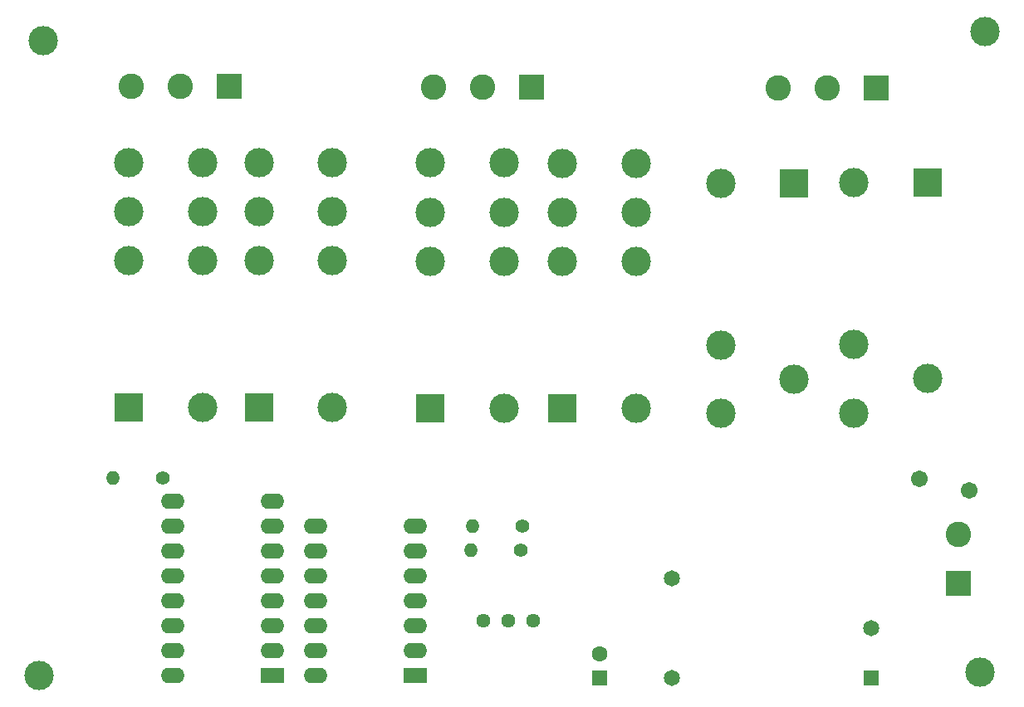
<source format=gbr>
%TF.GenerationSoftware,KiCad,Pcbnew,(6.0.7)*%
%TF.CreationDate,2022-09-06T00:26:26+01:00*%
%TF.ProjectId,Cortinas Eletricas,436f7274-696e-4617-9320-456c65747269,rev?*%
%TF.SameCoordinates,Original*%
%TF.FileFunction,Soldermask,Top*%
%TF.FilePolarity,Negative*%
%FSLAX46Y46*%
G04 Gerber Fmt 4.6, Leading zero omitted, Abs format (unit mm)*
G04 Created by KiCad (PCBNEW (6.0.7)) date 2022-09-06 00:26:26*
%MOMM*%
%LPD*%
G01*
G04 APERTURE LIST*
%ADD10C,1.400000*%
%ADD11O,1.400000X1.400000*%
%ADD12C,3.000000*%
%ADD13R,1.600000X1.600000*%
%ADD14C,1.600000*%
%ADD15R,2.400000X1.600000*%
%ADD16O,2.400000X1.600000*%
%ADD17R,3.000000X3.000000*%
%ADD18C,2.600000*%
%ADD19R,2.600000X2.600000*%
%ADD20C,1.650000*%
%ADD21R,1.650000X1.650000*%
%ADD22C,1.440000*%
%ADD23C,1.710000*%
G04 APERTURE END LIST*
D10*
%TO.C,R3*%
X97580000Y-114050000D03*
D11*
X92500000Y-114050000D03*
%TD*%
D12*
%TO.C,REF\u002A\u002A*%
X181420000Y-68480000D03*
%TD*%
%TO.C,REF\u002A\u002A*%
X180850000Y-133850000D03*
%TD*%
%TO.C,REF\u002A\u002A*%
X84960000Y-134160000D03*
%TD*%
%TO.C,REF\u002A\u002A*%
X85370000Y-69420000D03*
%TD*%
D13*
%TO.C,C1*%
X142100000Y-134452651D03*
D14*
X142100000Y-131952651D03*
%TD*%
D15*
%TO.C,U1*%
X123345000Y-134125000D03*
D16*
X123345000Y-131585000D03*
X123345000Y-129045000D03*
X123345000Y-126505000D03*
X123345000Y-123965000D03*
X123345000Y-121425000D03*
X123345000Y-118885000D03*
X113185000Y-118885000D03*
X113185000Y-121425000D03*
X113185000Y-123965000D03*
X113185000Y-126505000D03*
X113185000Y-129045000D03*
X113185000Y-131585000D03*
X113185000Y-134125000D03*
%TD*%
D12*
%TO.C,K6*%
X114860000Y-106840000D03*
D17*
X107360000Y-106840000D03*
D12*
X114860000Y-81840000D03*
X114860000Y-91840000D03*
X114860000Y-86840000D03*
X107360000Y-81840000D03*
X107360000Y-91840000D03*
X107360000Y-86840000D03*
%TD*%
%TO.C,K5*%
X94100000Y-86850000D03*
X94100000Y-91850000D03*
X94100000Y-81850000D03*
X101600000Y-86850000D03*
X101600000Y-91850000D03*
X101600000Y-81850000D03*
D17*
X94100000Y-106850000D03*
D12*
X101600000Y-106850000D03*
%TD*%
%TO.C,K4*%
X138307500Y-86897500D03*
X138307500Y-91897500D03*
X138307500Y-81897500D03*
X145807500Y-86897500D03*
X145807500Y-91897500D03*
X145807500Y-81897500D03*
D17*
X138307500Y-106897500D03*
D12*
X145807500Y-106897500D03*
%TD*%
%TO.C,K3*%
X124830000Y-86875000D03*
X124830000Y-91875000D03*
X124830000Y-81875000D03*
X132330000Y-86875000D03*
X132330000Y-91875000D03*
X132330000Y-81875000D03*
D17*
X124830000Y-106875000D03*
D12*
X132330000Y-106875000D03*
%TD*%
%TO.C,K2*%
X161947500Y-103927500D03*
X154447500Y-100427500D03*
X154447500Y-107427500D03*
D17*
X161947500Y-83927500D03*
D12*
X154447500Y-83927500D03*
%TD*%
%TO.C,K1*%
X175537500Y-103887500D03*
X168037500Y-100387500D03*
X168037500Y-107387500D03*
D17*
X175537500Y-83887500D03*
D12*
X168037500Y-83887500D03*
%TD*%
D18*
%TO.C,J4*%
X94360000Y-74040000D03*
X99360000Y-74040000D03*
D19*
X104360000Y-74040000D03*
%TD*%
D18*
%TO.C,J2*%
X125132500Y-74132500D03*
X130132500Y-74132500D03*
D19*
X135132500Y-74132500D03*
%TD*%
%TO.C,J1*%
X178690000Y-124760000D03*
D18*
X178690000Y-119760000D03*
%TD*%
D15*
%TO.C,U2*%
X108705000Y-134145000D03*
D16*
X108705000Y-131605000D03*
X108705000Y-129065000D03*
X108705000Y-126525000D03*
X108705000Y-123985000D03*
X108705000Y-121445000D03*
X108705000Y-118905000D03*
X108705000Y-116365000D03*
X98545000Y-116365000D03*
X98545000Y-118905000D03*
X98545000Y-121445000D03*
X98545000Y-123985000D03*
X98545000Y-126525000D03*
X98545000Y-129065000D03*
X98545000Y-131605000D03*
X98545000Y-134145000D03*
%TD*%
D19*
%TO.C,J3*%
X170320000Y-74245000D03*
D18*
X165320000Y-74245000D03*
X160320000Y-74245000D03*
%TD*%
D20*
%TO.C,PS1*%
X149510000Y-134380000D03*
X149510000Y-124220000D03*
X169830000Y-129300000D03*
D21*
X169830000Y-134380000D03*
%TD*%
D22*
%TO.C,RV1*%
X130280000Y-128600000D03*
X132820000Y-128600000D03*
X135360000Y-128600000D03*
%TD*%
D11*
%TO.C,R2*%
X129190000Y-118890000D03*
D10*
X134270000Y-118890000D03*
%TD*%
%TO.C,R1*%
X134040000Y-121390000D03*
D11*
X128960000Y-121390000D03*
%TD*%
D23*
%TO.C,F1*%
X179770000Y-115280000D03*
X174670000Y-114080000D03*
%TD*%
M02*

</source>
